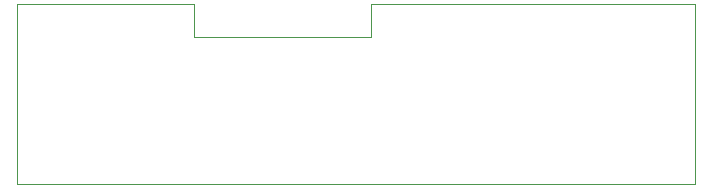
<source format=gbr>
%TF.GenerationSoftware,KiCad,Pcbnew,(5.1.7)-1*%
%TF.CreationDate,2022-01-17T02:13:02-07:00*%
%TF.ProjectId,SIOST,53494f53-542e-46b6-9963-61645f706362,rev?*%
%TF.SameCoordinates,PX32de760PY5734380*%
%TF.FileFunction,Profile,NP*%
%FSLAX46Y46*%
G04 Gerber Fmt 4.6, Leading zero omitted, Abs format (unit mm)*
G04 Created by KiCad (PCBNEW (5.1.7)-1) date 2022-01-17 02:13:02*
%MOMM*%
%LPD*%
G01*
G04 APERTURE LIST*
%TA.AperFunction,Profile*%
%ADD10C,0.050000*%
%TD*%
G04 APERTURE END LIST*
D10*
X29972000Y15240000D02*
X57404000Y15240000D01*
X0Y15240000D02*
X14986000Y15240000D01*
X0Y15240000D02*
X0Y0D01*
X57404000Y15240000D02*
X57404000Y0D01*
X14986000Y12446000D02*
X14986000Y15240000D01*
X29972000Y15240000D02*
X29972000Y12446000D01*
X29972000Y12446000D02*
X14986000Y12446000D01*
X57404000Y0D02*
X0Y0D01*
M02*

</source>
